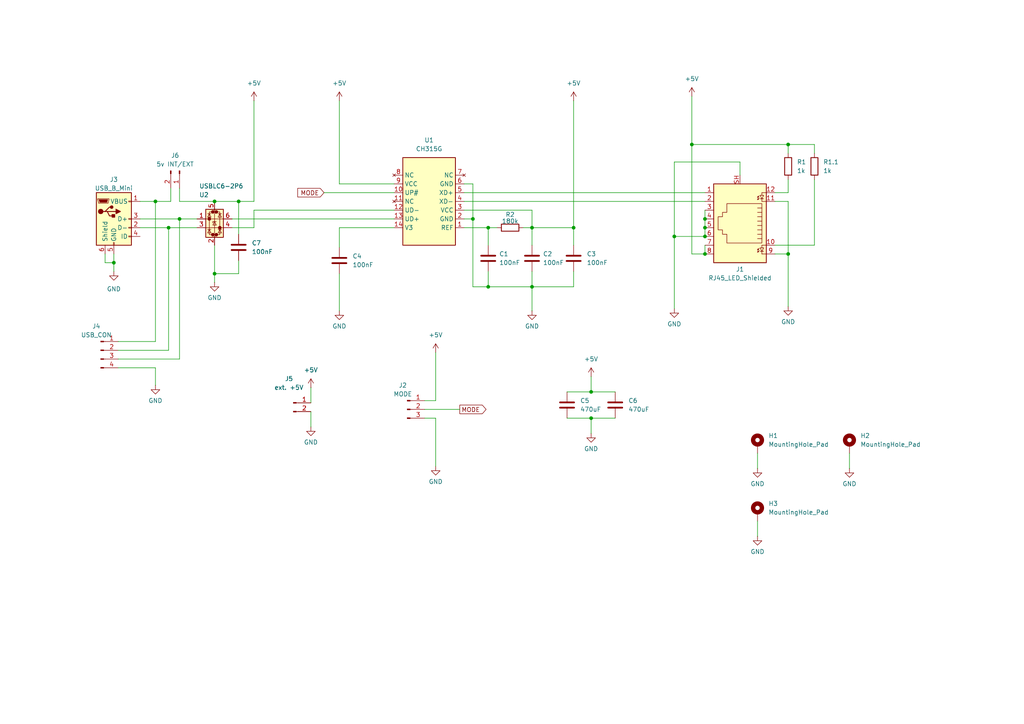
<source format=kicad_sch>
(kicad_sch (version 20231120) (generator "eeschema") (generator_version "8.0")
  (paper "A4")
  (title_block (title "OE9SAU USB-Extender ") (date "26.09.2024"))
  (lib_symbols
    (symbol "CH315G_1"
      (property "Reference" "U" (at -5.08 13.97 0))
      (property "Value" "CH315G" (at 1.27 13.97 0))
      (symbol "CH315G_1_0_1"
        (rectangle (start -7.62 12.7) (end 7.62 -12.7) (stroke (width 0.254)) (fill (type background)))
      )
      (symbol "CH315G_1_1_1"
        (pin input line (at -10.16 7.62 0) (length 2.54) (name "REF") (number "1"))
        (pin bidirectional line (at 10.16 -2.54 180) (length 2.54) (name "UP#") (number "10"))
        (pin no_connect line (at 10.16 0 180) (length 2.54) (name "NC") (number "11"))
        (pin bidirectional line (at 10.16 2.54 180) (length 2.54) (name "UD-") (number "12"))
        (pin bidirectional line (at 10.16 5.08 180) (length 2.54) (name "UD+") (number "13"))
        (pin input line (at 10.16 7.62 180) (length 2.54) (name "V3") (number "14"))
        (pin input line (at -10.16 5.08 0) (length 2.54) (name "GND") (number "2"))
        (pin input line (at -10.16 2.54 0) (length 2.54) (name "VCC") (number "3"))
        (pin bidirectional line (at -10.16 0 0) (length 2.54) (name "XD-") (number "4"))
        (pin bidirectional line (at -10.16 -2.54 0) (length 2.54) (name "XD+") (number "5"))
        (pin input line (at -10.16 -5.08 0) (length 2.54) (name "GND") (number "6"))
        (pin no_connect line (at -10.16 -7.62 0) (length 2.54) (name "NC") (number "7"))
        (pin no_connect line (at 10.16 -7.62 180) (length 2.54) (name "NC") (number "8"))
        (pin input line (at 10.16 -5.08 180) (length 2.54) (name "VCC") (number "9"))
      )
    )
    (symbol "Connector:Conn_01x02_Pin" (pin_names (offset 1.016) hide)
      (property "Reference" "J" (at 0 2.54 0))
      (property "Value" "Conn_01x02_Pin" (at 0 -5.08 0))
      (symbol "Conn_01x02_Pin_1_1"
        (polyline (pts (xy 1.27 -2.54) (xy 0.8636 -2.54)) (stroke (width 0.1524)))
        (polyline (pts (xy 1.27 0) (xy 0.8636 0)) (stroke (width 0.1524)))
        (rectangle (start 0.8636 -2.413) (end 0 -2.667) (stroke (width 0.1524)) (fill (type outline)))
        (rectangle (start 0.8636 0.127) (end 0 -0.127) (stroke (width 0.1524)) (fill (type outline)))
        (pin passive line (at 5.08 0 180) (length 3.81) (name "Pin_1") (number "1"))
        (pin passive line (at 5.08 -2.54 180) (length 3.81) (name "Pin_2") (number "2"))
      )
    )
    (symbol "Connector:Conn_01x03_Pin" (pin_names (offset 1.016) hide)
      (property "Reference" "J" (at 0 5.08 0))
      (property "Value" "Conn_01x03_Pin" (at 0 -5.08 0))
      (symbol "Conn_01x03_Pin_1_1"
        (polyline (pts (xy 1.27 -2.54) (xy 0.8636 -2.54)) (stroke (width 0.1524)))
        (polyline (pts (xy 1.27 0) (xy 0.8636 0)) (stroke (width 0.1524)))
        (polyline (pts (xy 1.27 2.54) (xy 0.8636 2.54)) (stroke (width 0.1524)))
        (rectangle (start 0.8636 -2.413) (end 0 -2.667) (stroke (width 0.1524)) (fill (type outline)))
        (rectangle (start 0.8636 0.127) (end 0 -0.127) (stroke (width 0.1524)) (fill (type outline)))
        (rectangle (start 0.8636 2.667) (end 0 2.413) (stroke (width 0.1524)) (fill (type outline)))
        (pin passive line (at 5.08 2.54 180) (length 3.81) (name "Pin_1") (number "1"))
        (pin passive line (at 5.08 0 180) (length 3.81) (name "Pin_2") (number "2"))
        (pin passive line (at 5.08 -2.54 180) (length 3.81) (name "Pin_3") (number "3"))
      )
    )
    (symbol "Connector:Conn_01x04_Pin" (pin_names (offset 1.016) hide)
      (property "Reference" "J" (at 0 5.08 0))
      (property "Value" "Conn_01x04_Pin" (at 0 -7.62 0))
      (symbol "Conn_01x04_Pin_1_1"
        (polyline (pts (xy 1.27 -5.08) (xy 0.8636 -5.08)) (stroke (width 0.1524)))
        (polyline (pts (xy 1.27 -2.54) (xy 0.8636 -2.54)) (stroke (width 0.1524)))
        (polyline (pts (xy 1.27 0) (xy 0.8636 0)) (stroke (width 0.1524)))
        (polyline (pts (xy 1.27 2.54) (xy 0.8636 2.54)) (stroke (width 0.1524)))
        (rectangle (start 0.8636 -4.953) (end 0 -5.207) (stroke (width 0.1524)) (fill (type outline)))
        (rectangle (start 0.8636 -2.413) (end 0 -2.667) (stroke (width 0.1524)) (fill (type outline)))
        (rectangle (start 0.8636 0.127) (end 0 -0.127) (stroke (width 0.1524)) (fill (type outline)))
        (rectangle (start 0.8636 2.667) (end 0 2.413) (stroke (width 0.1524)) (fill (type outline)))
        (pin passive line (at 5.08 2.54 180) (length 3.81) (name "Pin_1") (number "1"))
        (pin passive line (at 5.08 0 180) (length 3.81) (name "Pin_2") (number "2"))
        (pin passive line (at 5.08 -2.54 180) (length 3.81) (name "Pin_3") (number "3"))
        (pin passive line (at 5.08 -5.08 180) (length 3.81) (name "Pin_4") (number "4"))
      )
    )
    (symbol "Connector:RJ45_LED_Shielded" (pin_names (offset 1.016))
      (property "Reference" "J" (at -5.08 13.97 0))
      (property "Value" "RJ45_LED_Shielded" (at 1.27 13.97 0))
      (symbol "RJ45_LED_Shielded_0_1"
        (polyline (pts (xy -7.62 -7.62) (xy -6.35 -7.62)))
        (polyline (pts (xy -7.62 -5.08) (xy -6.35 -5.08)))
        (polyline (pts (xy -7.62 7.62) (xy -6.35 7.62)))
        (polyline (pts (xy -7.62 10.16) (xy -6.35 10.16)))
        (polyline (pts (xy -6.858 -5.842) (xy -5.842 -5.842)))
        (polyline (pts (xy -6.858 9.398) (xy -5.842 9.398)))
        (polyline (pts (xy -6.35 -7.62) (xy -6.35 -6.858)))
        (polyline (pts (xy -6.35 -5.08) (xy -6.35 -5.842)))
        (polyline (pts (xy -6.35 7.62) (xy -6.35 8.382)))
        (polyline (pts (xy -6.35 10.16) (xy -6.35 9.398)))
        (polyline (pts (xy -5.08 -6.223) (xy -5.207 -6.604)))
        (polyline (pts (xy -5.08 -5.588) (xy -5.207 -5.969)))
        (polyline (pts (xy -5.08 4.445) (xy -6.35 4.445)))
        (polyline (pts (xy -5.08 5.715) (xy -6.35 5.715)))
        (polyline (pts (xy -5.08 9.017) (xy -5.207 8.636)))
        (polyline (pts (xy -5.08 9.652) (xy -5.207 9.271)))
        (polyline (pts (xy -6.35 -3.175) (xy -5.08 -3.175) (xy -5.08 -3.175)))
        (polyline (pts (xy -6.35 -1.905) (xy -5.08 -1.905) (xy -5.08 -1.905)))
        (polyline (pts (xy -6.35 -0.635) (xy -5.08 -0.635) (xy -5.08 -0.635)))
        (polyline (pts (xy -6.35 0.635) (xy -5.08 0.635) (xy -5.08 0.635)))
        (polyline (pts (xy -6.35 1.905) (xy -5.08 1.905) (xy -5.08 1.905)))
        (polyline (pts (xy -5.588 -6.731) (xy -5.08 -6.223) (xy -5.461 -6.35)))
        (polyline (pts (xy -5.588 -6.096) (xy -5.08 -5.588) (xy -5.461 -5.715)))
        (polyline (pts (xy -5.588 8.509) (xy -5.08 9.017) (xy -5.461 8.89)))
        (polyline (pts (xy -5.588 9.144) (xy -5.08 9.652) (xy -5.461 9.525)))
        (polyline (pts (xy -5.08 3.175) (xy -6.35 3.175) (xy -6.35 3.175)))
        (polyline (pts (xy -6.35 -5.842) (xy -6.858 -6.858) (xy -5.842 -6.858) (xy -6.35 -5.842)))
        (polyline (pts (xy -6.35 9.398) (xy -6.858 8.382) (xy -5.842 8.382) (xy -6.35 9.398)))
        (polyline (pts (xy -6.35 -4.445) (xy -6.35 6.985) (xy 3.81 6.985) (xy 3.81 4.445) (xy 5.08 4.445) (xy 5.08 3.175) (xy 6.35 3.175) (xy 6.35 -0.635) (xy 5.08 -0.635) (xy 5.08 -1.905) (xy 3.81 -1.905) (xy 3.81 -4.445) (xy -6.35 -4.445) (xy -6.35 -4.445)))
        (rectangle (start 7.62 12.7) (end -7.62 -10.16) (stroke (width 0.254)) (fill (type background)))
      )
      (symbol "RJ45_LED_Shielded_1_1"
        (pin passive line (at 10.16 -7.62 180) (length 2.54) (name "~") (number "1"))
        (pin passive line (at -10.16 7.62 0) (length 2.54) (name "~") (number "10"))
        (pin passive line (at -10.16 -5.08 0) (length 2.54) (name "~") (number "11"))
        (pin passive line (at -10.16 -7.62 0) (length 2.54) (name "~") (number "12"))
        (pin passive line (at 10.16 -5.08 180) (length 2.54) (name "~") (number "2"))
        (pin passive line (at 10.16 -2.54 180) (length 2.54) (name "~") (number "3"))
        (pin passive line (at 10.16 0 180) (length 2.54) (name "~") (number "4"))
        (pin passive line (at 10.16 2.54 180) (length 2.54) (name "~") (number "5"))
        (pin passive line (at 10.16 5.08 180) (length 2.54) (name "~") (number "6"))
        (pin passive line (at 10.16 7.62 180) (length 2.54) (name "~") (number "7"))
        (pin passive line (at 10.16 10.16 180) (length 2.54) (name "~") (number "8"))
        (pin passive line (at -10.16 10.16 0) (length 2.54) (name "~") (number "9"))
        (pin passive line (at 0 -12.7 90) (length 2.54) (name "~") (number "SH"))
      )
    )
    (symbol "Connector:USB_B_Mini" (pin_names (offset 1.016))
      (property "Reference" "J" (at -5.08 11.43 0))
      (property "Value" "USB_B_Mini" (at -5.08 8.89 0))
      (symbol "USB_B_Mini_0_1"
        (rectangle (start -5.08 -7.62) (end 5.08 7.62) (stroke (width 0.254)) (fill (type background)))
        (circle (center -3.81 2.159) (radius 0.635) (stroke (width 0.254)) (fill (type outline)))
        (circle (center -0.635 3.429) (radius 0.381) (stroke (width 0.254)) (fill (type outline)))
        (rectangle (start -0.127 -7.62) (end 0.127 -6.858))
        (polyline (pts (xy -1.905 2.159) (xy 0.635 2.159)) (stroke (width 0.254)))
        (polyline (pts (xy -3.175 2.159) (xy -2.54 2.159) (xy -1.27 3.429) (xy -0.635 3.429)) (stroke (width 0.254)))
        (polyline (pts (xy -2.54 2.159) (xy -1.905 2.159) (xy -1.27 0.889) (xy 0 0.889)) (stroke (width 0.254)))
        (polyline (pts (xy 0.635 2.794) (xy 0.635 1.524) (xy 1.905 2.159) (xy 0.635 2.794)) (stroke (width 0.254)) (fill (type outline)))
        (polyline (pts (xy -4.318 5.588) (xy -1.778 5.588) (xy -2.032 4.826) (xy -4.064 4.826) (xy -4.318 5.588)) (fill (type outline)))
        (polyline (pts (xy -4.699 5.842) (xy -4.699 5.588) (xy -4.445 4.826) (xy -4.445 4.572) (xy -1.651 4.572) (xy -1.651 4.826) (xy -1.397 5.588) (xy -1.397 5.842) (xy -4.699 5.842)))
        (rectangle (start 0.254 1.27) (end -0.508 0.508) (stroke (width 0.254)) (fill (type outline)))
        (rectangle (start 5.08 -5.207) (end 4.318 -4.953))
        (rectangle (start 5.08 -2.667) (end 4.318 -2.413))
        (rectangle (start 5.08 -0.127) (end 4.318 0.127))
        (rectangle (start 5.08 4.953) (end 4.318 5.207))
      )
      (symbol "USB_B_Mini_1_1"
        (pin power_out line (at 7.62 5.08 180) (length 2.54) (name "VBUS") (number "1"))
        (pin bidirectional line (at 7.62 -2.54 180) (length 2.54) (name "D-") (number "2"))
        (pin bidirectional line (at 7.62 0 180) (length 2.54) (name "D+") (number "3"))
        (pin passive line (at 7.62 -5.08 180) (length 2.54) (name "ID") (number "4"))
        (pin power_out line (at 0 -10.16 90) (length 2.54) (name "GND") (number "5"))
        (pin passive line (at -2.54 -10.16 90) (length 2.54) (name "Shield") (number "6"))
      )
    )
    (symbol "Device:C" (pin_numbers hide) (pin_names (offset 0.254))
      (property "Reference" "C" (at 0.635 2.54 0))
      (property "Value" "C" (at 0.635 -2.54 0))
      (symbol "C_0_1"
        (polyline (pts (xy -2.032 -0.762) (xy 2.032 -0.762)) (stroke (width 0.508)))
        (polyline (pts (xy -2.032 0.762) (xy 2.032 0.762)) (stroke (width 0.508)))
      )
      (symbol "C_1_1"
        (pin passive line (at 0 3.81 270) (length 2.794) (name "~") (number "1"))
        (pin passive line (at 0 -3.81 90) (length 2.794) (name "~") (number "2"))
      )
    )
    (symbol "Device:R" (pin_numbers hide) (pin_names (offset 0))
      (property "Reference" "R" (at 2.032 0 90))
      (property "Value" "R" (at 0 0 90))
      (symbol "R_0_1"
        (rectangle (start -1.016 -2.54) (end 1.016 2.54) (stroke (width 0.254)))
      )
      (symbol "R_1_1"
        (pin passive line (at 0 3.81 270) (length 1.27) (name "~") (number "1"))
        (pin passive line (at 0 -3.81 90) (length 1.27) (name "~") (number "2"))
      )
    )
    (symbol "Mechanical:MountingHole_Pad" (pin_numbers hide) (pin_names (offset 1.016) hide) (exclude_from_sim yes) (in_bom no)
      (property "Reference" "H" (at 0 6.35 0))
      (property "Value" "MountingHole_Pad" (at 0 4.445 0))
      (symbol "MountingHole_Pad_0_1"
        (circle (center 0 1.27) (radius 1.27) (stroke (width 1.27)))
      )
      (symbol "MountingHole_Pad_1_1"
        (pin input line (at 0 -2.54 90) (length 2.54) (name "1") (number "1"))
      )
    )
    (symbol "Power_Protection:USBLC6-2P6" (pin_names hide)
      (property "Reference" "U" (at 0.635 5.715 0))
      (property "Value" "USBLC6-2P6" (at 0.635 3.81 0))
      (symbol "USBLC6-2P6_0_0"
        (circle (center -1.524 0) (radius 0.0001) (stroke (width 0.508)))
        (circle (center -0.508 -4.572) (radius 0.0001) (stroke (width 0.508)))
        (circle (center -0.508 2.032) (radius 0.0001) (stroke (width 0.508)))
        (circle (center 0.508 -4.572) (radius 0.0001) (stroke (width 0.508)))
        (circle (center 0.508 2.032) (radius 0.0001) (stroke (width 0.508)))
        (circle (center 1.524 -2.54) (radius 0.0001) (stroke (width 0.508)))
      )
      (symbol "USBLC6-2P6_0_1"
        (polyline (pts (xy -2.54 -2.54) (xy 2.54 -2.54)))
        (polyline (pts (xy -2.54 0) (xy 2.54 0)))
        (polyline (pts (xy -2.032 -3.048) (xy -1.016 -3.048)))
        (polyline (pts (xy -1.016 1.524) (xy -2.032 1.524)))
        (polyline (pts (xy 1.016 -3.048) (xy 2.032 -3.048)))
        (polyline (pts (xy 1.016 1.524) (xy 2.032 1.524)))
        (polyline (pts (xy -0.508 -1.143) (xy -0.508 -0.762) (xy 0.508 -0.762)))
        (polyline (pts (xy -2.032 0.508) (xy -1.016 0.508) (xy -1.524 1.524) (xy -2.032 0.508)))
        (polyline (pts (xy -1.016 -4.064) (xy -2.032 -4.064) (xy -1.524 -3.048) (xy -1.016 -4.064)))
        (polyline (pts (xy 0.508 -1.778) (xy -0.508 -1.778) (xy 0 -0.762) (xy 0.508 -1.778)))
        (polyline (pts (xy 2.032 -4.064) (xy 1.016 -4.064) (xy 1.524 -3.048) (xy 2.032 -4.064)))
        (polyline (pts (xy 2.032 0.508) (xy 1.016 0.508) (xy 1.524 1.524) (xy 2.032 0.508)))
        (polyline (pts (xy 0 2.54) (xy -0.508 2.032) (xy 0.508 2.032) (xy 0 1.524) (xy 0 -4.064) (xy -0.508 -4.572) (xy 0.508 -4.572) (xy 0 -5.08)))
      )
      (symbol "USBLC6-2P6_1_1"
        (rectangle (start -2.54 2.794) (end 2.54 -5.334) (stroke (width 0.254)) (fill (type background)))
        (polyline (pts (xy -0.508 2.032) (xy -1.524 2.032) (xy -1.524 -4.572) (xy -0.508 -4.572)))
        (polyline (pts (xy 0.508 -4.572) (xy 1.524 -4.572) (xy 1.524 2.032) (xy 0.508 2.032)))
        (pin passive line (at -5.08 0 0) (length 2.54) (name "I/O1") (number "1"))
        (pin passive line (at 0 -7.62 90) (length 2.54) (name "GND") (number "2"))
        (pin passive line (at -5.08 -2.54 0) (length 2.54) (name "I/O2") (number "3"))
        (pin passive line (at 5.08 -2.54 180) (length 2.54) (name "I/O2") (number "4"))
        (pin passive line (at 0 5.08 270) (length 2.54) (name "VBUS") (number "5"))
        (pin passive line (at 5.08 0 180) (length 2.54) (name "I/O1") (number "6"))
      )
    )
    (symbol "power:+5V" (power) (pin_numbers hide) (pin_names (offset 0) hide)
      (property "Value" "+5V" (at 0 3.556 0))
      (symbol "+5V_0_1"
        (polyline (pts (xy -0.762 1.27) (xy 0 2.54)))
        (polyline (pts (xy 0 0) (xy 0 2.54)))
        (polyline (pts (xy 0 2.54) (xy 0.762 1.27)))
      )
      (symbol "+5V_1_1"
        (pin power_in line (at 0 0 90) (length 0) (name "~") (number "1"))
      )
    )
    (symbol "power:GND" (power) (pin_numbers hide) (pin_names (offset 0) hide)
      (property "Value" "GND" (at 0 -3.81 0))
      (symbol "GND_0_1"
        (polyline (pts (xy 0 0) (xy 0 -1.27) (xy 1.27 -1.27) (xy 0 -2.54) (xy -1.27 -1.27) (xy 0 -1.27)))
      )
      (symbol "GND_1_1"
        (pin power_in line (at 0 0 270) (length 0) (name "~") (number "1"))
      )
    )
  )
  (junction (at 154.305 66.04))
  (junction (at 228.6 41.91))
  (junction (at 62.23 58.42))
  (junction (at 141.605 66.04))
  (junction (at 195.58 68.58))
  (junction (at 52.07 63.5))
  (junction (at 204.47 66.04))
  (junction (at 166.37 66.04))
  (junction (at 228.6 73.66))
  (junction (at 204.47 73.66))
  (junction (at 204.47 63.5))
  (junction (at 62.23 79.375))
  (junction (at 204.47 68.58))
  (junction (at 45.085 58.42))
  (junction (at 69.215 58.42))
  (junction (at 200.66 41.91))
  (junction (at 171.45 121.285))
  (junction (at 171.45 113.665))
  (junction (at 137.16 63.5))
  (junction (at 141.605 83.185))
  (junction (at 154.305 83.185))
  (junction (at 33.02 76.2))
  (junction (at 48.895 66.04))
  (wire (pts (xy 134.62 53.34) (xy 137.16 53.34)))
  (wire (pts (xy 134.62 66.04) (xy 141.605 66.04)))
  (wire (pts (xy 214.63 50.8) (xy 214.63 46.99)))
  (wire (pts (xy 123.19 116.205) (xy 126.365 116.205)))
  (wire (pts (xy 33.02 73.66) (xy 33.02 76.2)))
  (wire (pts (xy 171.45 121.285) (xy 171.45 125.73)))
  (wire (pts (xy 164.465 121.285) (xy 171.45 121.285)))
  (wire (pts (xy 166.37 83.185) (xy 166.37 78.74)))
  (wire (pts (xy 228.6 73.66) (xy 228.6 88.9)))
  (wire (pts (xy 52.07 104.14) (xy 52.07 63.5)))
  (wire (pts (xy 73.66 29.21) (xy 73.66 58.42)))
  (wire (pts (xy 134.62 55.88) (xy 204.47 55.88)))
  (wire (pts (xy 141.605 83.185) (xy 154.305 83.185)))
  (wire (pts (xy 98.425 79.375) (xy 98.425 90.17)))
  (wire (pts (xy 67.31 66.04) (xy 73.66 66.04)))
  (wire (pts (xy 126.365 121.285) (xy 126.365 135.255)))
  (wire (pts (xy 224.79 71.12) (xy 236.22 71.12)))
  (wire (pts (xy 52.07 54.61) (xy 52.07 58.42)))
  (wire (pts (xy 126.365 102.235) (xy 126.365 116.205)))
  (wire (pts (xy 33.02 76.2) (xy 33.02 78.74)))
  (wire (pts (xy 200.66 41.91) (xy 228.6 41.91)))
  (wire (pts (xy 34.29 106.68) (xy 45.085 106.68)))
  (wire (pts (xy 154.305 60.96) (xy 154.305 66.04)))
  (wire (pts (xy 151.765 66.04) (xy 154.305 66.04)))
  (wire (pts (xy 62.23 58.42) (xy 69.215 58.42)))
  (wire (pts (xy 49.53 54.61) (xy 49.53 58.42)))
  (wire (pts (xy 164.465 113.665) (xy 171.45 113.665)))
  (wire (pts (xy 228.6 41.91) (xy 228.6 44.45)))
  (wire (pts (xy 200.66 41.91) (xy 200.66 73.66)))
  (wire (pts (xy 137.16 53.34) (xy 137.16 63.5)))
  (wire (pts (xy 204.47 71.12) (xy 204.47 73.66)))
  (wire (pts (xy 236.22 41.91) (xy 236.22 44.45)))
  (wire (pts (xy 195.58 46.99) (xy 195.58 68.58)))
  (wire (pts (xy 137.16 63.5) (xy 137.16 83.185)))
  (wire (pts (xy 69.215 75.565) (xy 69.215 79.375)))
  (wire (pts (xy 204.47 66.04) (xy 204.47 68.58)))
  (wire (pts (xy 204.47 60.96) (xy 204.47 63.5)))
  (wire (pts (xy 73.66 66.04) (xy 73.66 60.96)))
  (wire (pts (xy 62.23 71.12) (xy 62.23 79.375)))
  (wire (pts (xy 154.305 66.04) (xy 154.305 71.12)))
  (wire (pts (xy 48.895 101.6) (xy 48.895 66.04)))
  (wire (pts (xy 98.425 66.04) (xy 98.425 71.755)))
  (wire (pts (xy 40.64 63.5) (xy 52.07 63.5)))
  (wire (pts (xy 34.29 104.14) (xy 52.07 104.14)))
  (wire (pts (xy 114.3 53.34) (xy 98.425 53.34)))
  (wire (pts (xy 137.16 83.185) (xy 141.605 83.185)))
  (wire (pts (xy 204.47 58.42) (xy 134.62 58.42)))
  (wire (pts (xy 246.38 131.445) (xy 246.38 135.89)))
  (wire (pts (xy 30.48 76.2) (xy 33.02 76.2)))
  (wire (pts (xy 123.19 118.745) (xy 133.35 118.745)))
  (wire (pts (xy 93.98 55.88) (xy 114.3 55.88)))
  (wire (pts (xy 62.23 79.375) (xy 69.215 79.375)))
  (wire (pts (xy 224.79 55.88) (xy 228.6 55.88)))
  (wire (pts (xy 90.17 119.38) (xy 90.17 123.825)))
  (wire (pts (xy 90.17 112.395) (xy 90.17 116.84)))
  (wire (pts (xy 204.47 63.5) (xy 204.47 66.04)))
  (wire (pts (xy 171.45 113.665) (xy 178.435 113.665)))
  (wire (pts (xy 134.62 63.5) (xy 137.16 63.5)))
  (wire (pts (xy 200.66 73.66) (xy 204.47 73.66)))
  (wire (pts (xy 141.605 66.04) (xy 144.145 66.04)))
  (wire (pts (xy 224.79 58.42) (xy 228.6 58.42)))
  (wire (pts (xy 171.45 109.22) (xy 171.45 113.665)))
  (wire (pts (xy 171.45 121.285) (xy 178.435 121.285)))
  (wire (pts (xy 219.71 131.445) (xy 219.71 135.89)))
  (wire (pts (xy 45.085 58.42) (xy 45.085 99.06)))
  (wire (pts (xy 228.6 58.42) (xy 228.6 73.66)))
  (wire (pts (xy 154.305 66.04) (xy 166.37 66.04)))
  (wire (pts (xy 195.58 68.58) (xy 204.47 68.58)))
  (wire (pts (xy 154.305 83.185) (xy 154.305 90.17)))
  (wire (pts (xy 67.31 63.5) (xy 114.3 63.5)))
  (wire (pts (xy 141.605 83.185) (xy 141.605 78.74)))
  (wire (pts (xy 228.6 73.66) (xy 224.79 73.66)))
  (wire (pts (xy 134.62 60.96) (xy 154.305 60.96)))
  (wire (pts (xy 62.23 79.375) (xy 62.23 81.915)))
  (wire (pts (xy 40.64 58.42) (xy 45.085 58.42)))
  (wire (pts (xy 154.305 83.185) (xy 154.305 78.74)))
  (wire (pts (xy 45.085 106.68) (xy 45.085 111.76)))
  (wire (pts (xy 214.63 46.99) (xy 195.58 46.99)))
  (wire (pts (xy 45.085 58.42) (xy 49.53 58.42)))
  (wire (pts (xy 52.07 58.42) (xy 62.23 58.42)))
  (wire (pts (xy 154.305 83.185) (xy 166.37 83.185)))
  (wire (pts (xy 69.215 58.42) (xy 73.66 58.42)))
  (wire (pts (xy 40.64 66.04) (xy 48.895 66.04)))
  (wire (pts (xy 200.66 27.94) (xy 200.66 41.91)))
  (wire (pts (xy 236.22 71.12) (xy 236.22 52.07)))
  (wire (pts (xy 166.37 29.21) (xy 166.37 66.04)))
  (wire (pts (xy 114.3 66.04) (xy 98.425 66.04)))
  (wire (pts (xy 228.6 41.91) (xy 236.22 41.91)))
  (wire (pts (xy 30.48 73.66) (xy 30.48 76.2)))
  (wire (pts (xy 69.215 58.42) (xy 69.215 67.945)))
  (wire (pts (xy 48.895 66.04) (xy 57.15 66.04)))
  (wire (pts (xy 126.365 121.285) (xy 123.19 121.285)))
  (wire (pts (xy 98.425 53.34) (xy 98.425 29.21)))
  (wire (pts (xy 45.085 99.06) (xy 34.29 99.06)))
  (wire (pts (xy 195.58 68.58) (xy 195.58 89.535)))
  (wire (pts (xy 219.71 151.13) (xy 219.71 155.575)))
  (wire (pts (xy 228.6 52.07) (xy 228.6 55.88)))
  (wire (pts (xy 166.37 66.04) (xy 166.37 71.12)))
  (wire (pts (xy 73.66 60.96) (xy 114.3 60.96)))
  (wire (pts (xy 34.29 101.6) (xy 48.895 101.6)))
  (wire (pts (xy 141.605 66.04) (xy 141.605 71.12)))
  (wire (pts (xy 52.07 63.5) (xy 57.15 63.5)))
  (image (at 150.495 -81.915) (scale 0.700116))
  (global_label "MODE" (shape input) (at 93.98 55.88 180) (property "Intersheetrefs" "${INTERSHEET_REFS}" (effects (hide yes))))
  (global_label "MODE" (shape output) (at 133.35 118.745 0) (property "Intersheetrefs" "${INTERSHEET_REFS}" (effects (hide yes))))
  (symbol (lib_id "Mechanical:MountingHole_Pad") (at 219.71 128.905 0) (unit 1) (exclude_from_sim yes) (in_bom no)
    (property "Reference" "H1" (at 222.885 126.3649 0) (effects (justify left)))
    (property "Value" "MountingHole_Pad" (at 222.885 128.9049 0) (effects (justify left)))
    (property "Footprint" "MountingHole:MountingHole_2.2mm_M2_ISO7380_Pad" (effects (hide yes)))
    (property "Description" "Mounting Hole with connection" (effects (hide yes)))
  )
  (symbol (lib_id "Device:R") (at 147.955 66.04 90) (unit 1)
    (property "Reference" "R2" (at 147.955 62.23 90))
    (property "Value" "180k" (at 147.955 64.135 90))
    (property "Footprint" "Resistor_SMD:R_0805_2012Metric_Pad1.20x1.40mm_HandSolder" (effects (hide yes)))
    (property "Description" "Resistor" (effects (hide yes)))
  )
  (symbol (lib_id "power:GND") (at 90.17 123.825 0) (unit 1)
    (property "Reference" "#PWR016" (effects (hide yes)))
    (property "Value" "GND" (at 90.17 128.27 0))
    (property "Description" "Power symbol creates a global label with name \"GND\" , ground" (effects (hide yes)))
  )
  (symbol (lib_id "power:GND") (at 171.45 125.73 0) (unit 1)
    (property "Reference" "#PWR011" (effects (hide yes)))
    (property "Value" "GND" (at 171.45 130.175 0))
    (property "Description" "Power symbol creates a global label with name \"GND\" , ground" (effects (hide yes)))
  )
  (symbol (lib_id "power:GND") (at 219.71 155.575 0) (unit 1)
    (property "Reference" "#PWR018" (effects (hide yes)))
    (property "Value" "GND" (at 219.71 160.02 0))
    (property "Description" "Power symbol creates a global label with name \"GND\" , ground" (effects (hide yes)))
  )
  (symbol (lib_id "power:GND") (at 45.085 111.76 0) (unit 1)
    (property "Reference" "#PWR014" (effects (hide yes)))
    (property "Value" "GND" (at 45.085 116.205 0))
    (property "Description" "Power symbol creates a global label with name \"GND\" , ground" (effects (hide yes)))
  )
  (symbol (lib_id "power:+5V") (at 90.17 112.395 0) (unit 1)
    (property "Reference" "#PWR015" (effects (hide yes)))
    (property "Value" "+5V" (at 90.17 107.315 0))
    (property "Description" "Power symbol creates a global label with name \"+5V\"" (effects (hide yes)))
  )
  (symbol (lib_id "power:GND") (at 98.425 90.17 0) (unit 1)
    (property "Reference" "#PWR07" (effects (hide yes)))
    (property "Value" "GND" (at 98.425 94.615 0))
    (property "Description" "Power symbol creates a global label with name \"GND\" , ground" (effects (hide yes)))
  )
  (symbol (lib_id "Device:R") (at 228.6 48.26 180) (unit 1)
    (property "Reference" "R1" (at 231.14 46.9899 0) (effects (justify right)))
    (property "Value" "1k" (at 231.14 49.5299 0) (effects (justify right)))
    (property "Footprint" "Resistor_SMD:R_0805_2012Metric_Pad1.20x1.40mm_HandSolder" (effects (hide yes)))
    (property "Description" "Resistor" (effects (hide yes)))
  )
  (symbol (lib_id "power:+5V") (at 73.66 29.21 0) (unit 1)
    (property "Reference" "#PWR013" (effects (hide yes)))
    (property "Value" "+5V" (at 73.66 24.13 0))
    (property "Description" "Power symbol creates a global label with name \"+5V\"" (effects (hide yes)))
  )
  (symbol (lib_id "Device:C") (at 178.435 117.475 0) (unit 1)
    (property "Reference" "C6" (at 182.245 116.2049 0) (effects (justify left)))
    (property "Value" "470uF" (at 182.245 118.7449 0) (effects (justify left)))
    (property "Footprint" "Capacitor_SMD:CP_Elec_6.3x7.7" (effects (hide yes)))
    (property "Description" "Unpolarized capacitor" (effects (hide yes)))
  )
  (symbol (lib_id "Device:C") (at 141.605 74.93 0) (unit 1)
    (property "Reference" "C1" (at 144.78 73.6599 0) (effects (justify left)))
    (property "Value" "100nF" (at 144.78 76.1999 0) (effects (justify left)))
    (property "Footprint" "Capacitor_SMD:C_0805_2012Metric_Pad1.18x1.45mm_HandSolder" (effects (hide yes)))
    (property "Description" "Unpolarized capacitor" (effects (hide yes)))
  )
  (symbol (lib_id "power:GND") (at 33.02 78.74 0) (unit 1)
    (property "Reference" "#PWR012" (effects (hide yes)))
    (property "Value" "GND" (at 33.02 83.82 0))
  )
  (symbol (lib_id "Device:C") (at 69.215 71.755 0) (unit 1)
    (property "Reference" "C7" (at 73.025 70.4849 0) (effects (justify left)))
    (property "Value" "100nF" (at 73.025 73.0249 0) (effects (justify left)))
    (property "Footprint" "Capacitor_SMD:C_0805_2012Metric_Pad1.18x1.45mm_HandSolder" (effects (hide yes)))
    (property "Description" "Unpolarized capacitor" (effects (hide yes)))
  )
  (symbol (lib_id "power:GND") (at 246.38 135.89 0) (unit 1)
    (property "Reference" "#PWR017" (effects (hide yes)))
    (property "Value" "GND" (at 246.38 140.335 0))
    (property "Description" "Power symbol creates a global label with name \"GND\" , ground" (effects (hide yes)))
  )
  (symbol (lib_id "Connector:RJ45_LED_Shielded") (at 214.63 63.5 180) (unit 1)
    (property "Reference" "J1" (at 214.63 78.105 0))
    (property "Value" "RJ45_LED_Shielded" (at 214.63 80.645 0))
    (property "Footprint" "Connector_RJ:RJ45_Amphenol_RJHSE538X" (effects (hide yes)))
    (property "Description" "RJ connector, 8P8C (8 positions 8 connected), two LEDs, Shielded" (effects (hide yes)))
  )
  (symbol (lib_id "Connector:Conn_01x02_Pin") (at 85.09 116.84 0) (unit 1)
    (property "Reference" "J5" (at 83.82 109.855 0))
    (property "Value" "ext. +5V" (at 83.82 112.395 0))
    (property "Footprint" "Connector_PinHeader_2.54mm:PinHeader_1x02_P2.54mm_Vertical" (effects (hide yes)))
    (property "Description" "Generic connector, single row, 01x02, script generated" (effects (hide yes)))
  )
  (symbol (lib_id "Device:C") (at 154.305 74.93 0) (unit 1)
    (property "Reference" "C2" (at 157.48 73.6599 0) (effects (justify left)))
    (property "Value" "100nF" (at 157.48 76.1999 0) (effects (justify left)))
    (property "Footprint" "Capacitor_SMD:C_0805_2012Metric_Pad1.18x1.45mm_HandSolder" (effects (hide yes)))
    (property "Description" "Unpolarized capacitor" (effects (hide yes)))
  )
  (symbol (lib_id "Mechanical:MountingHole_Pad") (at 246.38 128.905 0) (unit 1) (exclude_from_sim yes) (in_bom no)
    (property "Reference" "H2" (at 249.555 126.3649 0) (effects (justify left)))
    (property "Value" "MountingHole_Pad" (at 249.555 128.9049 0) (effects (justify left)))
    (property "Footprint" "MountingHole:MountingHole_2.2mm_M2_ISO7380_Pad" (effects (hide yes)))
    (property "Description" "Mounting Hole with connection" (effects (hide yes)))
  )
  (symbol (lib_id "Mechanical:MountingHole_Pad") (at 219.71 148.59 0) (unit 1) (exclude_from_sim yes) (in_bom no)
    (property "Reference" "H3" (at 222.885 146.0499 0) (effects (justify left)))
    (property "Value" "MountingHole_Pad" (at 222.885 148.5899 0) (effects (justify left)))
    (property "Footprint" "MountingHole:MountingHole_2.2mm_M2_ISO7380_Pad" (effects (hide yes)))
    (property "Description" "Mounting Hole with connection" (effects (hide yes)))
  )
  (symbol (lib_id "Connector:USB_B_Mini") (at 33.02 63.5 0) (unit 1)
    (property "Reference" "J3" (at 33.02 52.07 0))
    (property "Value" "USB_B_Mini" (at 33.02 54.61 0))
    (property "Footprint" "Connector_USB:USB_Mini-B_Wuerth_65100516121_Horizontal" (effects (hide yes)))
  )
  (symbol (lib_id "Device:C") (at 166.37 74.93 0) (unit 1)
    (property "Reference" "C3" (at 170.18 73.6599 0) (effects (justify left)))
    (property "Value" "100nF" (at 170.18 76.1999 0) (effects (justify left)))
    (property "Footprint" "Capacitor_SMD:C_0805_2012Metric_Pad1.18x1.45mm_HandSolder" (effects (hide yes)))
    (property "Description" "Unpolarized capacitor" (effects (hide yes)))
  )
  (symbol (lib_id "Connector:Conn_01x04_Pin") (at 29.21 101.6 0) (unit 1)
    (property "Reference" "J4" (at 27.94 94.615 0))
    (property "Value" "USB_CON" (at 27.94 97.155 0))
    (property "Footprint" "Connector_PinHeader_2.54mm:PinHeader_1x04_P2.54mm_Horizontal" (effects (hide yes)))
    (property "Description" "Generic connector, single row, 01x04, script generated" (effects (hide yes)))
  )
  (symbol (lib_id "power:GND") (at 219.71 135.89 0) (unit 1)
    (property "Reference" "#PWR019" (effects (hide yes)))
    (property "Value" "GND" (at 219.71 140.335 0))
    (property "Description" "Power symbol creates a global label with name \"GND\" , ground" (effects (hide yes)))
  )
  (symbol (lib_id "Connector:Conn_01x02_Pin") (at 52.07 49.53 270) (unit 1)
    (property "Reference" "J6" (at 50.8 45.085 90))
    (property "Value" "5v INT/EXT" (at 50.8 47.625 90))
    (property "Footprint" "Connector_PinHeader_2.54mm:PinHeader_1x02_P2.54mm_Vertical" (effects (hide yes)))
    (property "Description" "Generic connector, single row, 01x02, script generated" (effects (hide yes)))
  )
  (symbol (lib_id "power:+5V") (at 200.66 27.94 0) (unit 1)
    (property "Reference" "#PWR05" (effects (hide yes)))
    (property "Value" "+5V" (at 200.66 22.86 0))
    (property "Description" "Power symbol creates a global label with name \"+5V\"" (effects (hide yes)))
  )
  (symbol (lib_id "power:+5V") (at 126.365 102.235 0) (unit 1)
    (property "Reference" "#PWR09" (effects (hide yes)))
    (property "Value" "+5V" (at 126.365 97.155 0))
    (property "Description" "Power symbol creates a global label with name \"+5V\"" (effects (hide yes)))
  )
  (symbol (lib_id "Device:C") (at 164.465 117.475 0) (unit 1)
    (property "Reference" "C5" (at 168.275 116.2049 0) (effects (justify left)))
    (property "Value" "470uF" (at 168.275 118.7449 0) (effects (justify left)))
    (property "Footprint" "Capacitor_SMD:CP_Elec_6.3x7.7" (effects (hide yes)))
    (property "Description" "Unpolarized capacitor" (effects (hide yes)))
  )
  (symbol (lib_name "CH315G_1") (lib_id "Interface_USB_OE09SAU:CH315G") (at 124.46 58.42 180) (unit 1)
    (property "Reference" "U1" (at 124.46 40.64 0))
    (property "Value" "CH315G" (at 124.46 43.18 0))
    (property "Footprint" "Package_SO:SOIC-14_3.9x8.7mm_P1.27mm" (effects (hide yes)))
    (property "Datasheet" "https://www.micros.com.pl/mediaserver/UICH315h_0001.pdf" (effects (hide yes)))
    (property "Description" "USB extension control chip CH315G, SOP-14" (effects (hide yes)))
  )
  (symbol (lib_id "power:+5V") (at 171.45 109.22 0) (unit 1)
    (property "Reference" "#PWR010" (effects (hide yes)))
    (property "Value" "+5V" (at 171.45 104.14 0))
    (property "Description" "Power symbol creates a global label with name \"+5V\"" (effects (hide yes)))
  )
  (symbol (lib_id "Device:C") (at 98.425 75.565 0) (unit 1)
    (property "Reference" "C4" (at 102.235 74.2949 0) (effects (justify left)))
    (property "Value" "100nF" (at 102.235 76.8349 0) (effects (justify left)))
    (property "Footprint" "Capacitor_SMD:C_0805_2012Metric_Pad1.18x1.45mm_HandSolder" (effects (hide yes)))
    (property "Description" "Unpolarized capacitor" (effects (hide yes)))
  )
  (symbol (lib_id "power:GND") (at 195.58 89.535 0) (unit 1)
    (property "Reference" "#PWR02" (effects (hide yes)))
    (property "Value" "GND" (at 195.58 93.98 0))
    (property "Description" "Power symbol creates a global label with name \"GND\" , ground" (effects (hide yes)))
  )
  (symbol (lib_id "Power_Protection:USBLC6-2P6") (at 62.23 63.5 0) (unit 1)
    (property "Reference" "U2" (at 57.785 56.515 0) (effects (justify left)))
    (property "Value" "USBLC6-2P6" (at 57.785 53.975 0) (effects (justify left)))
    (property "Footprint" "Package_TO_SOT_SMD:SOT-23-6_Handsoldering" (effects (hide yes)))
    (property "Datasheet" "https://www.st.com/resource/en/datasheet/usblc6-2.pdf" (effects (hide yes)))
    (property "Description" "Very low capacitance ESD protection diode, 2 data-line, SOT-666" (effects (hide yes)))
  )
  (symbol (lib_id "power:+5V") (at 166.37 29.21 0) (unit 1)
    (property "Reference" "#PWR04" (effects (hide yes)))
    (property "Value" "+5V" (at 166.37 24.13 0))
    (property "Description" "Power symbol creates a global label with name \"+5V\"" (effects (hide yes)))
  )
  (symbol (lib_id "power:GND") (at 62.23 81.915 0) (unit 1)
    (property "Reference" "#PWR020" (effects (hide yes)))
    (property "Value" "GND" (at 62.23 86.36 0))
    (property "Description" "Power symbol creates a global label with name \"GND\" , ground" (effects (hide yes)))
  )
  (symbol (lib_id "power:GND") (at 126.365 135.255 0) (unit 1)
    (property "Reference" "#PWR08" (effects (hide yes)))
    (property "Value" "GND" (at 126.365 139.7 0))
    (property "Description" "Power symbol creates a global label with name \"GND\" , ground" (effects (hide yes)))
  )
  (symbol (lib_id "power:+5V") (at 98.425 29.21 0) (unit 1)
    (property "Reference" "#PWR06" (effects (hide yes)))
    (property "Value" "+5V" (at 98.425 24.13 0))
    (property "Description" "Power symbol creates a global label with name \"+5V\"" (effects (hide yes)))
  )
  (symbol (lib_id "Device:R") (at 236.22 48.26 180) (unit 1)
    (property "Reference" "R1.1" (at 238.76 46.9899 0) (effects (justify right)))
    (property "Value" "1k" (at 238.76 49.5299 0) (effects (justify right)))
    (property "Footprint" "Resistor_SMD:R_0805_2012Metric_Pad1.20x1.40mm_HandSolder" (effects (hide yes)))
    (property "Description" "Resistor" (effects (hide yes)))
  )
  (symbol (lib_id "power:GND") (at 154.305 90.17 0) (unit 1)
    (property "Reference" "#PWR03" (effects (hide yes)))
    (property "Value" "GND" (at 154.305 94.615 0))
    (property "Description" "Power symbol creates a global label with name \"GND\" , ground" (effects (hide yes)))
  )
  (symbol (lib_id "power:GND") (at 228.6 88.9 0) (unit 1)
    (property "Reference" "#PWR01" (effects (hide yes)))
    (property "Value" "GND" (at 228.6 93.345 0))
    (property "Description" "Power symbol creates a global label with name \"GND\" , ground" (effects (hide yes)))
  )
  (symbol (lib_id "Connector:Conn_01x03_Pin") (at 118.11 118.745 0) (unit 1)
    (property "Reference" "J2" (at 116.84 111.76 0))
    (property "Value" "MODE" (at 116.84 114.3 0))
    (property "Footprint" "Connector_PinHeader_2.54mm:PinHeader_1x03_P2.54mm_Vertical" (effects (hide yes)))
    (property "Description" "Generic connector, single row, 01x03, script generated" (effects (hide yes)))
  )
)
</source>
